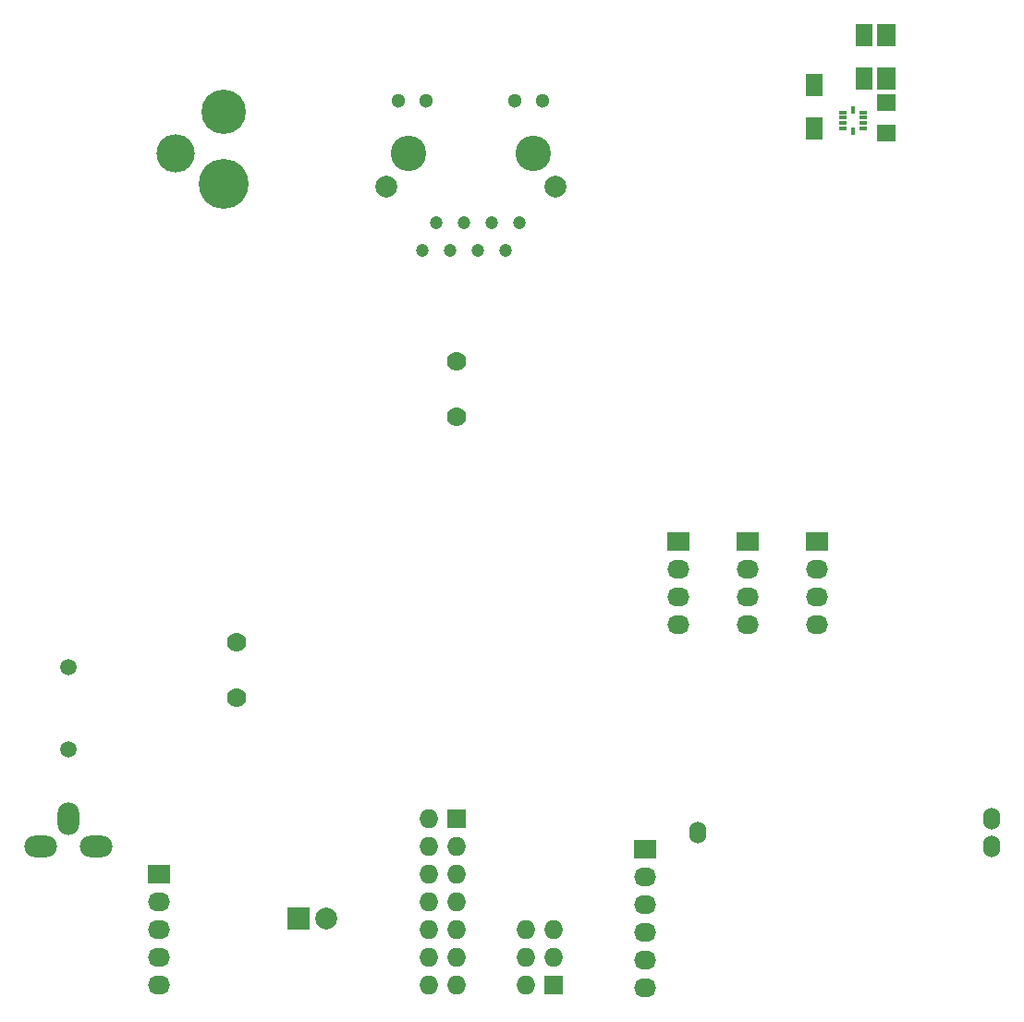
<source format=gbs>
G04 #@! TF.FileFunction,Soldermask,Bot*
%FSLAX46Y46*%
G04 Gerber Fmt 4.6, Leading zero omitted, Abs format (unit mm)*
G04 Created by KiCad (PCBNEW 4.0.2-stable) date 5/28/2016 11:57:46 PM*
%MOMM*%
G01*
G04 APERTURE LIST*
%ADD10C,0.127000*%
%ADD11O,1.998980X2.999740*%
%ADD12O,2.999740X1.998980*%
%ADD13R,2.000000X2.000000*%
%ADD14C,2.000000*%
%ADD15O,1.524000X2.032000*%
%ADD16R,2.032000X1.727200*%
%ADD17O,2.032000X1.727200*%
%ADD18R,1.727200X1.727200*%
%ADD19O,1.727200X1.727200*%
%ADD20C,1.500000*%
%ADD21C,1.778000*%
%ADD22C,3.250000*%
%ADD23C,1.200000*%
%ADD24C,1.300000*%
%ADD25R,1.600000X2.000000*%
%ADD26R,1.800860X1.597660*%
%ADD27R,1.700000X2.000000*%
%ADD28R,0.300000X0.800000*%
%ADD29R,0.800000X0.300000*%
%ADD30O,4.572000X4.572000*%
%ADD31O,4.064000X4.064000*%
%ADD32O,3.500120X3.500120*%
G04 APERTURE END LIST*
D10*
D11*
X49530000Y-153670000D03*
D12*
X46990000Y-156210000D03*
X52070000Y-156210000D03*
D13*
X70612000Y-162814000D03*
D14*
X73152000Y-162814000D03*
D15*
X134099300Y-153670000D03*
X107200700Y-154940000D03*
X134099300Y-156210000D03*
D16*
X118110000Y-128270000D03*
D17*
X118110000Y-130810000D03*
X118110000Y-133350000D03*
X118110000Y-135890000D03*
D16*
X105410000Y-128270000D03*
D17*
X105410000Y-130810000D03*
X105410000Y-133350000D03*
X105410000Y-135890000D03*
D16*
X111760000Y-128270000D03*
D17*
X111760000Y-130810000D03*
X111760000Y-133350000D03*
X111760000Y-135890000D03*
D18*
X85090000Y-153670000D03*
D19*
X82550000Y-153670000D03*
X85090000Y-156210000D03*
X82550000Y-156210000D03*
X85090000Y-158750000D03*
X82550000Y-158750000D03*
X85090000Y-161290000D03*
X82550000Y-161290000D03*
X85090000Y-163830000D03*
X82550000Y-163830000D03*
X85090000Y-166370000D03*
X82550000Y-166370000D03*
X85090000Y-168910000D03*
X82550000Y-168910000D03*
D20*
X49530000Y-147310000D03*
X49530000Y-139710000D03*
D21*
X64920000Y-137460000D03*
X64920000Y-142540000D03*
D16*
X102362000Y-156464000D03*
D17*
X102362000Y-159004000D03*
X102362000Y-161544000D03*
X102362000Y-164084000D03*
X102362000Y-166624000D03*
X102362000Y-169164000D03*
D16*
X57785000Y-158750000D03*
D17*
X57785000Y-161290000D03*
X57785000Y-163830000D03*
X57785000Y-166370000D03*
X57785000Y-168910000D03*
D22*
X80645000Y-92710000D03*
X92075000Y-92710000D03*
D14*
X94105000Y-95760000D03*
X78615000Y-95760000D03*
D23*
X86995000Y-101600000D03*
X84455000Y-101600000D03*
X81915000Y-101600000D03*
X89535000Y-101600000D03*
X90805000Y-99060000D03*
X88265000Y-99060000D03*
X85725000Y-99060000D03*
X83185000Y-99060000D03*
D24*
X79735000Y-87810000D03*
X82275000Y-87810000D03*
X92985000Y-87810000D03*
X90445000Y-87810000D03*
D18*
X93980000Y-168910000D03*
D19*
X91440000Y-168910000D03*
X93980000Y-166370000D03*
X91440000Y-166370000D03*
X93980000Y-163830000D03*
X91440000Y-163830000D03*
D21*
X85090000Y-111760000D03*
X85090000Y-116840000D03*
D25*
X117856000Y-90392000D03*
X117856000Y-86392000D03*
X122428000Y-85820000D03*
X122428000Y-81820000D03*
D26*
X124460000Y-87988140D03*
X124460000Y-90827860D03*
D27*
X124460000Y-85820000D03*
X124460000Y-81820000D03*
D28*
X121412000Y-90608000D03*
D29*
X120462000Y-90408000D03*
X122362000Y-90408000D03*
X120462000Y-89908000D03*
X122362000Y-89908000D03*
X120462000Y-89408000D03*
X122362000Y-89408000D03*
X120462000Y-88908000D03*
X122362000Y-88908000D03*
D28*
X121412000Y-88708000D03*
D30*
X63754000Y-95504000D03*
D31*
X63754000Y-88900000D03*
D32*
X59309000Y-92710000D03*
M02*

</source>
